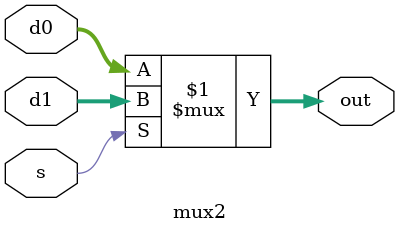
<source format=sv>
module mux2 #(parameter WIDTH = 8)(input logic [WIDTH-1:0] d0, d1,
											  input logic s,
											  output logic [WIDTH-1:0] out);
	assign out = s ? d1: d0;
endmodule
							
</source>
